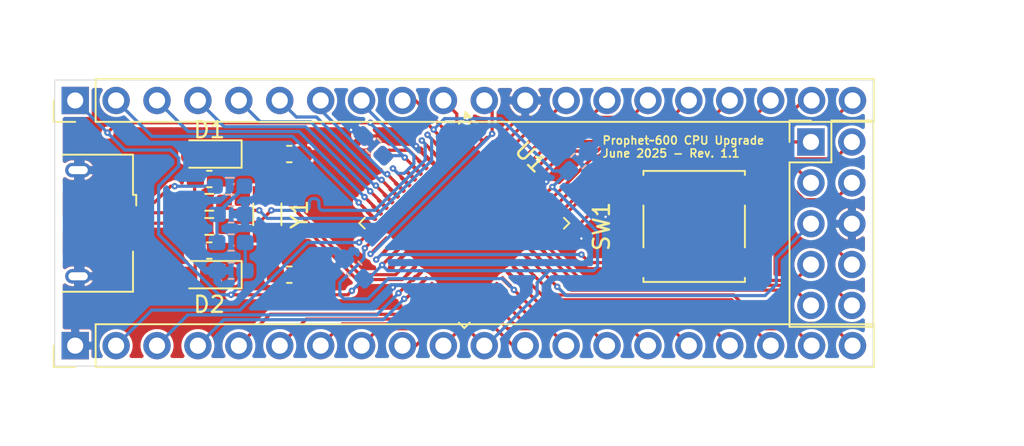
<source format=kicad_pcb>
(kicad_pcb
	(version 20241229)
	(generator "pcbnew")
	(generator_version "9.0")
	(general
		(thickness 1.6)
		(legacy_teardrops no)
	)
	(paper "A4")
	(layers
		(0 "F.Cu" signal)
		(2 "B.Cu" signal)
		(9 "F.Adhes" user "F.Adhesive")
		(11 "B.Adhes" user "B.Adhesive")
		(13 "F.Paste" user)
		(15 "B.Paste" user)
		(5 "F.SilkS" user "F.Silkscreen")
		(7 "B.SilkS" user "B.Silkscreen")
		(1 "F.Mask" user)
		(3 "B.Mask" user)
		(17 "Dwgs.User" user "User.Drawings")
		(19 "Cmts.User" user "User.Comments")
		(21 "Eco1.User" user "User.Eco1")
		(23 "Eco2.User" user "User.Eco2")
		(25 "Edge.Cuts" user)
		(27 "Margin" user)
		(31 "F.CrtYd" user "F.Courtyard")
		(29 "B.CrtYd" user "B.Courtyard")
		(35 "F.Fab" user)
		(33 "B.Fab" user)
		(39 "User.1" user)
		(41 "User.2" user)
		(43 "User.3" user)
		(45 "User.4" user)
		(47 "User.5" user)
		(49 "User.6" user)
		(51 "User.7" user)
		(53 "User.8" user)
		(55 "User.9" user)
	)
	(setup
		(stackup
			(layer "F.SilkS"
				(type "Top Silk Screen")
			)
			(layer "F.Paste"
				(type "Top Solder Paste")
			)
			(layer "F.Mask"
				(type "Top Solder Mask")
				(thickness 0.01)
			)
			(layer "F.Cu"
				(type "copper")
				(thickness 0.035)
			)
			(layer "dielectric 1"
				(type "core")
				(thickness 1.51)
				(material "FR4")
				(epsilon_r 4.5)
				(loss_tangent 0.02)
			)
			(layer "B.Cu"
				(type "copper")
				(thickness 0.035)
			)
			(layer "B.Mask"
				(type "Bottom Solder Mask")
				(thickness 0.01)
			)
			(layer "B.Paste"
				(type "Bottom Solder Paste")
			)
			(layer "B.SilkS"
				(type "Bottom Silk Screen")
			)
			(copper_finish "None")
			(dielectric_constraints no)
		)
		(pad_to_mask_clearance 0)
		(allow_soldermask_bridges_in_footprints no)
		(tenting front back)
		(pcbplotparams
			(layerselection 0x00000000_00000000_55555555_5755f5ff)
			(plot_on_all_layers_selection 0x00000000_00000000_00000000_00000000)
			(disableapertmacros no)
			(usegerberextensions no)
			(usegerberattributes yes)
			(usegerberadvancedattributes yes)
			(creategerberjobfile yes)
			(dashed_line_dash_ratio 12.000000)
			(dashed_line_gap_ratio 3.000000)
			(svgprecision 4)
			(plotframeref no)
			(mode 1)
			(useauxorigin yes)
			(hpglpennumber 1)
			(hpglpenspeed 20)
			(hpglpendiameter 15.000000)
			(pdf_front_fp_property_popups yes)
			(pdf_back_fp_property_popups yes)
			(pdf_metadata yes)
			(pdf_single_document no)
			(dxfpolygonmode yes)
			(dxfimperialunits yes)
			(dxfusepcbnewfont yes)
			(psnegative no)
			(psa4output no)
			(plot_black_and_white yes)
			(sketchpadsonfab no)
			(plotpadnumbers no)
			(hidednponfab no)
			(sketchdnponfab yes)
			(crossoutdnponfab yes)
			(subtractmaskfromsilk no)
			(outputformat 4)
			(mirror no)
			(drillshape 2)
			(scaleselection 1)
			(outputdirectory "Outputs/PDFs")
		)
	)
	(net 0 "")
	(net 1 "GND")
	(net 2 "/XTAL_P")
	(net 3 "/XTAL_N")
	(net 4 "/USB_D_P")
	(net 5 "/USB_D_N")
	(net 6 "/+VBus_Unfiltered")
	(net 7 "+5V")
	(net 8 "Net-(U1-UCAP)")
	(net 9 "/+VBus_Conn")
	(net 10 "/C1")
	(net 11 "/D0")
	(net 12 "/D6")
	(net 13 "/D2")
	(net 14 "/C7")
	(net 15 "/C5")
	(net 16 "/D3")
	(net 17 "/E1")
	(net 18 "/C3")
	(net 19 "/D7")
	(net 20 "/D5")
	(net 21 "/C2")
	(net 22 "/D1")
	(net 23 "/C0")
	(net 24 "/C6")
	(net 25 "/C4")
	(net 26 "/B7")
	(net 27 "/D4")
	(net 28 "/A6")
	(net 29 "/A3")
	(net 30 "/A2")
	(net 31 "/A0")
	(net 32 "/A5")
	(net 33 "/E2")
	(net 34 "/A1")
	(net 35 "/A7")
	(net 36 "/A4")
	(net 37 "/USB_T_D_P")
	(net 38 "/USB_T_D_N")
	(net 39 "/RESET")
	(net 40 "/F3")
	(net 41 "/B4")
	(net 42 "/F6")
	(net 43 "/F0")
	(net 44 "/F4")
	(net 45 "/E5")
	(net 46 "/F1")
	(net 47 "/B0")
	(net 48 "/F7")
	(net 49 "/E3")
	(net 50 "/F2")
	(net 51 "/B5")
	(net 52 "/B3")
	(net 53 "/B2")
	(net 54 "/B6")
	(net 55 "/E7")
	(net 56 "/E6")
	(net 57 "/F5")
	(net 58 "/B1")
	(net 59 "unconnected-(J5-ID-Pad4)")
	(footprint "Connector_USB:USB_Micro-B_Amphenol_10118193-0001LF_Horizontal" (layer "F.Cu") (at 52.25 34.3 -90))
	(footprint "Connector_PinHeader_2.54mm:PinHeader_2x05_P2.54mm_Vertical" (layer "F.Cu") (at 97.75 29.25))
	(footprint "Resistor_SMD:R_0603_1608Metric_Pad0.98x0.95mm_HandSolder" (layer "F.Cu") (at 60.397 34.5))
	(footprint "Crystal:Crystal_SMD_3215-2Pin_3.2x1.5mm" (layer "F.Cu") (at 64 33.75 -90))
	(footprint "Button_Switch_SMD:SW_SPST_B3S-1000" (layer "F.Cu") (at 90.5 34.5))
	(footprint "Connector_PinHeader_2.54mm:PinHeader_1x20_P2.54mm_Vertical" (layer "F.Cu") (at 52.07 26.67 90))
	(footprint "Diode_SMD:D_SOD-323_HandSoldering" (layer "F.Cu") (at 60.397 37.5 180))
	(footprint "Package_DFN_QFN:QFN-64-1EP_9x9mm_P0.5mm_EP7.5x7.5mm" (layer "F.Cu") (at 76.23 34.3 -45))
	(footprint "Capacitor_SMD:C_0603_1608Metric_Pad1.08x0.95mm_HandSolder" (layer "F.Cu") (at 70.59012 29.49012 -45))
	(footprint "Capacitor_SMD:C_0603_1608Metric_Pad1.08x0.95mm_HandSolder" (layer "F.Cu") (at 65.362501 30 180))
	(footprint "Capacitor_SMD:C_0603_1608Metric_Pad1.08x0.95mm_HandSolder" (layer "F.Cu") (at 60.397 36))
	(footprint "Diode_SMD:D_SOD-323_HandSoldering" (layer "F.Cu") (at 60.397 30 180))
	(footprint "Capacitor_SMD:C_0603_1608Metric_Pad1.08x0.95mm_HandSolder" (layer "F.Cu") (at 60.397 31.553))
	(footprint "Connector_PinHeader_2.54mm:PinHeader_1x20_P2.54mm_Vertical" (layer "F.Cu") (at 52.07 41.91 90))
	(footprint "Resistor_SMD:R_0603_1608Metric_Pad0.98x0.95mm_HandSolder" (layer "F.Cu") (at 60.397 33))
	(footprint "Capacitor_SMD:C_0603_1608Metric_Pad1.08x0.95mm_HandSolder" (layer "F.Cu") (at 65.362501 37.5 180))
	(footprint "Capacitor_SMD:C_0603_1608Metric_Pad1.08x0.95mm_HandSolder" (layer "B.Cu") (at 69.39012 37.14012 135))
	(footprint "Capacitor_SMD:C_0603_1608Metric_Pad1.08x0.95mm_HandSolder" (layer "B.Cu") (at 83.30988 30.44012 45))
	(footprint "Resistor_SMD:R_0603_1608Metric_Pad0.98x0.95mm_HandSolder" (layer "B.Cu") (at 61.6625 32 180))
	(footprint "Capacitor_SMD:C_0603_1608Metric_Pad1.08x0.95mm_HandSolder" (layer "B.Cu") (at 70.59012 29.49012 135))
	(footprint "Capacitor_SMD:C_0603_1608Metric_Pad1.08x0.95mm_HandSolder" (layer "B.Cu") (at 61.75 33.75))
	(footprint "Capacitor_SMD:C_0603_1608Metric_Pad1.08x0.95mm_HandSolder" (layer "B.Cu") (at 61.75 37.25 180))
	(footprint "Inductor_SMD:L_0603_1608Metric_Pad1.05x0.95mm_HandSolder" (layer "B.Cu") (at 61.75 35.5))
	(gr_rect
		(start 50.8 25.4)
		(end 101.6 43.18)
		(stroke
			(width 0.05)
			(type default)
		)
		(fill no)
		(layer "Edge.Cuts")
		(uuid "3e003ae7-0e37-4d46-97de-369c6ad09da2")
	)
	(gr_text "Prophet~600 CPU Upgrade\nJune 2025 - Rev. 1.1\n"
		(at 84.75 30.25 0)
		(layer "F.SilkS")
		(uuid "b4890089-e904-4262-9a2c-3f133fa3b9b3")
		(effects
			(font
				(size 0.5 0.5)
				(thickness 0.1)
			)
			(justify left bottom)
		)
	)
	(segment
		(start 77.052012 28.881794)
		(end 77.052012 28.881795)
		(width 0.2)
		(layer "F.Cu")
		(net 1)
		(uuid "0e562919-bce5-42b0-9af9-96118fac3ede")
	)
	(segment
		(start 69.6 28.5)
		(end 69.98024 28.88024)
		(width 0.2)
		(layer "F.Cu")
		(net 1)
		(uuid "0f15d614-f831-4e94-9cb9-a625b9c81019")
	)
	(segment
		(start 80.587546 32.417328)
		(end 80.622105 32.417328)
		(width 0.2)
		(layer "F.Cu")
		(net 1)
		(uuid "1b336b2a-3816-490e-92e5-011fbd4e8fa5")
	)
	(segment
		(start 80.587546 32.417328)
		(end 80.618222 32.417328)
		(width 0.2)
		(layer "F.Cu")
		(net 1)
		(uuid "2987e664-d63e-4858-8d2a-aa210367082e")
	)
	(segment
		(start 77.052012 28.881795)
		(end 77.405565 29.235348)
		(width 0.2)
		(layer "F.Cu")
		(net 1)
		(uuid "362f0905-8be8-4052-bb60-23a92c532721")
	)
	(segment
		(start 74.096008 30.296008)
		(end 76.23 32.43)
		(width 0.2)
		(layer "F.Cu")
		(net 1)
		(uuid "42e4c572-911c-46f7-a5c1-4ae4a74840b2")
	)
	(segment
		(start 78.704874 34.3)
		(end 76.23 34.3)
		(width 0.2)
		(layer "F.Cu")
		(net 1)
		(uuid "42ffe09a-7e36-4d1e-b79e-da7cf252ae5e")
	)
	(segment
		(start 73.993775 30.268212)
		(end 73.237117 29.511554)
		(width 0.2)
		(layer "F.Cu")
		(net 1)
		(uuid "4c6bceec-7ec8-4e9c-927b-1cad5350e17b")
	)
	(segment
		(start 72.605803 28.88024)
		(end 73.237117 29.511554)
		(width 0.2)
		(layer "F.Cu")
		(net 1)
		(uuid "54815b71-f749-469b-849e-18ef8b280a66")
	)
	(segment
		(start 72.226008 36.536225)
		(end 74.462233 34.3)
		(width 0.2)
		(layer "F.Cu")
		(net 1)
		(uuid "56d79eed-815a-48f8-9b87-667136ad0757")
	)
	(segment
		(start 80.587546 32.417328)
		(end 78.704874 34.3)
		(width 0.2)
		(layer "F.Cu")
		(net 1)
		(uuid "744742a5-0df5-423c-91ba-55f074410913")
	)
	(segment
		(start 76.23 30.410913)
		(end 77.405565 29.235348)
		(width 0.2)
		(layer "F.Cu")
		(net 1)
		(uuid "7b547657-1503-49f4-900b-94a605829ab3")
	)
	(segment
		(start 76.23 34.3)
		(end 76.23 30.410913)
		(width 0.2)
		(layer "F.Cu")
		(net 1)
		(uuid "7d5a1228-4f3b-48a1-b03e-d1acd7426c5f")
	)
	(segment
		(start 76.23 32.43)
		(end 76.23 34.3)
		(width 0.2)
		(layer "F.Cu")
		(net 1)
		(uuid "a7879c38-4435-4782-87f2-bce6fba41265")
	)
	(segment
		(start 80.622105 32.417328)
		(end 81.317386 31.722047)
		(width 0.2)
		(layer "F.Cu")
		(net 1)
		(uuid "ab66a14a-09ae-40cf-9fa7-18bdacdddaf0")
	)
	(segment
		(start 73.993775 30.296008)
		(end 74.096008 30.296008)
		(width 0.2)
		(layer "F.Cu")
		(net 1)
		(uuid "be60c49d-0485-43aa-87f0-3f87f83649a8")
	)
	(segment
		(start 73.993775 30.296008)
		(end 73.993775 30.268212)
		(width 0.2)
		(layer "F.Cu")
		(net 1)
		(uuid "c341c100-b82c-4996-abd3-6f842a96f6c7")
	)
	(segment
		(start 69.66048 29.2)
		(end 69.98024 28.88024)
		(width 0.2)
		(layer "F.Cu")
		(net 1)
		(uuid "ccdacea8-7772-4e45-b532-dbc7efab47c4")
	)
	(segment
		(start 69.2 28.5)
		(end 69.6 28.5)
		(width 0.2)
		(layer "F.Cu")
		(net 1)
		(uuid "cdcd656e-5e61-4190-a34f-08794b5448b5")
	)
	(segment
		(start 69.98024 28.88024)
		(end 72.605803 28.88024)
		(width 0.2)
		(layer "F.Cu")
		(net 1)
		(uuid "dee64817-b60f-4621-ba98-0660f60b24ee")
	)
	(segment
		(start 74.462233 34.3)
		(end 76.23 34.3)
		(width 0.2)
		(layer "F.Cu")
		(net 1)
		(uuid "eb2454d8-6553-48fa-9820-1c78c0cdaf92")
	)
	(via
		(at 85 33.9)
		(size 0.4)
		(drill 0.15)
		(layers "F.Cu" "B.Cu")
		(free yes)
		(net 1)
		(uuid "015ec979-b055-48ac-b09b-23eb1301045e")
	)
	(via
		(at 73.237117 29.511554)
		(size 0.4)
		(drill 0.15)
		(layers "F.Cu" "B.Cu")
		(net 1)
		(uuid "016c425c-51dc-4e2e-8b4c-3d5413d5aeac")
	)
	(via
		(at 83.5 35.25)
		(size 0.4)
		(drill 0.15)
		(layers "F.Cu" "B.Cu")
		(free yes)
		(net 1)
		(uuid "2d899c05-fafb-4c83-b2bc-5abf305b7231")
	)
	(via
		(at 81.317386 31.722047)
		(size 0.4)
		(drill 0.15)
		(layers "F.Cu" "B.Cu")
		(net 1)
		(uuid "4980a044-950a-442b-8933-73c55b827bbd")
	)
	(via
		(at 69.2 28.5)
		(size 0.4)
		(drill 0.15)
		(layers "F.Cu" "B.Cu")
		(net 1)
		(uuid "6bb74547-c88c-4a4e-8fbc-eb2eb9eea014")
	)
	(via
		(at 71.79289 38.29289)
		(size 0.4)
		(drill 0.15)
		(layers "F.Cu" "B.Cu")
		(free yes)
		(net 1)
		(uuid "ec1a2f6a-2825-4214-85af-59ff0952bbc3")
	)
	(segment
		(start 69.98024 28.88024)
		(end 69.58024 28.88024)
		(width 0.2)
		(layer "B.Cu")
		(net 1)
		(uuid "51cdc66e-52f1-4c3d-aaa8-0857fcf39f55")
	)
	(segment
		(start 52.563 38.864)
		(end 57.923 38.864)
		(width 0.2)
		(layer "B.Cu")
		(net 1)
		(uuid "6e64fd9f-81ec-41e4-9257-8c1db3d531b0")
	)
	(segment
		(start 52.563 30.224)
		(end 57.923 30.224)
		(width 0.2)
		(layer "B.Cu")
		(net 1)
		(uuid "7e04b44a-1a48-4313-8eb7-7a954881fa95")
	)
	(segment
		(start 52.563 38.864)
		(end 52.563 30.224)
		(width 0.2)
		(layer "B.Cu")
		(net 1)
		(uuid "b2b9268e-10e7-48a6-8eca-a7729b3de4db")
	)
	(segment
		(start 69.58024 28.88024)
		(end 69.2 28.5)
		(width 0.2)
		(layer "B.Cu")
		(net 1)
		(uuid "ce249a00-d647-43da-a8bc-ce7f7b104d74")
	)
	(segment
		(start 66.75 35)
		(end 69.551 37.801)
		(width 0.2)
		(layer "F.Cu")
		(net 2)
		(uuid "0590e219-c491-4e7d-bef0-ae944464ce49")
	)
	(segment
		(start 65.187584 34.76)
		(end 65.187584 34.744476)
		(width 0.2)
		(layer "F.Cu")
		(net 2)
		(uuid "06ce25f5-4d86-4a93-b947-e9e81d5a8e38")
	)
	(segment
		(start 72.375447 37.801)
		(end 72.933115 37.243332)
		(width 0.2)
		(layer "F.Cu")
		(net 2)
		(uuid "27a76b29-55a1-4da5-b3a4-7e03a4d4d034")
	)
	(segment
		(start 64.612501 37.5)
		(end 64.612501 35.6125)
		(width 0.2)
		(layer "F.Cu")
		(net 2)
		(uuid "3c9ec6bf-b7e6-4e8f-8e03-f912d634c322")
	)
	(segment
		(start 65.427584 34.504476)
		(end 65.547584 34.504476)
		(width 0.2)
		(layer "F.Cu")
		(net 2)
		(uuid "8b251772-90db-4a1b-8319-e3dd72d62e75")
	)
	(segment
		(start 65.787584 34.744476)
		(end 65.787584 34.76)
		(width 0.2)
		(layer "F.Cu")
		(net 2)
		(uuid "9549ab86-499c-45dc-bc5b-af823b1976a6")
	)
	(segment
		(start 66.027584 35)
		(end 66.147584 35)
		(width 0.2)
		(layer "F.Cu")
		(net 2)
		(uuid "9c9d23fb-d89c-4cec-aa9b-489dad30a908")
	)
	(segment
		(start 69.551 37.801)
		(end 72.375447 37.801)
		(width 0.2)
		(layer "F.Cu")
		(net 2)
		(uuid "bb6c43e1-5ce5-4b03-bbae-affa772fc610")
	)
	(segment
		(start 64.000001 35)
		(end 64.947584 35)
		(width 0.2)
		(layer "F.Cu")
		(net 2)
		(uuid "d361f094-5c17-4add-be52-1b6118802292")
	)
	(segment
		(start 64.612501 35.6125)
		(end 64 34.999999)
		(width 0.2)
		(layer "F.Cu")
		(net 2)
		(uuid "d72e660e-1f88-47be-ab97-d94a756c86e7")
	)
	(segment
		(start 64 34.999999)
		(end 64.000001 35)
		(width 0.2)
		(layer "F.Cu")
		(net 2)
		(uuid "e335820d-96f3-48db-b76e-0429785420cf")
	)
	(segment
		(start 66.147584 35)
		(end 66.75 35)
		(width 0.2)
		(layer "F.Cu")
		(net 2)
		(uuid "f6094634-e93c-4b2d-a771-37e1b5bd3213")
	)
	(arc
		(start 65.547584 34.504476)
		(mid 65.71729 34.57477)
		(end 65.787584 34.744476)
		(width 0.2)
		(layer "F.Cu")
		(net 2)
		(uuid "6c533be0-08e2-4260-a114-059f7ee13109")
	)
	(arc
		(start 65.187584 34.744476)
		(mid 65.257878 34.57477)
		(end 65.427584 34.504476)
		(width 0.2)
		(layer "F.Cu")
		(net 2)
		(uuid "b9b5c86c-e41a-4e2c-a505-ccbb107b2820")
	)
	(arc
		(start 65.787584 34.76)
		(mid 65.857878 34.929706)
		(end 66.027584 35)
		(width 0.2)
		(layer "F.Cu")
		(net 2)
		(uuid "bcd609ca-c682-45b0-90d2-6efd36fd543a")
	)
	(arc
		(start 64.947584 35)
		(mid 65.11729 34.929706)
		(end 65.187584 34.76)
		(width 0.2)
		(layer "F.Cu")
		(net 2)
		(uuid "d4273c52-823b-4a7e-a50b-a6d88eb95cce")
	)
	(segment
		(start 71.96934 37.5)
		(end 69.75 37.5)
		(width 0.2)
		(layer "F.Cu")
		(net 3)
		(uuid "0232274e-b34f-40aa-97a3-bda7f8585c0d")
	)
	(segment
		(start 65.90855 33.65855)
		(end 65.901 33.6661)
		(width 0.2)
		(layer "F.Cu")
		(net 3)
		(uuid "089b7dbf-983a-4799-b2db-88c2c45473a2")
	)
	(segment
		(start 64.750001 32.500001)
		(end 64 32.500001)
		(width 0.2)
		(layer "F.Cu")
		(net 3)
		(uuid "3cb76dad-e01e-4d9d-afe2-54b5a3b020c0")
	)
	(segment
		(start 64.612501 30)
		(end 64.612501 31.8875)
		(width 0.2)
		(layer "F.Cu")
		(net 3)
		(uuid "440dd9c1-c7f2-4a45-8868-0b19a2c70aa6")
	)
	(segment
		(start 69.75 37.5)
		(end 66 33.75)
		(width 0.2)
		(layer "F.Cu")
		(net 3)
		(uuid "55c28501-65af-4846-8101-ac67095ebd0d")
	)
	(segment
		(start 64.612501 31.8875)
		(end 64 32.500001)
		(width 0.2)
		(layer "F.Cu")
		(net 3)
		(uuid "55cd29cd-6f38-43ba-ae82-7c7b4edff84e")
	)
	(segment
		(start 66 33.75)
		(end 65.90855 33.65855)
		(width 0.2)
		(layer "F.Cu")
		(net 3)
		(uuid "5af1af7b-9bc9-41d2-b63f-962ef268900a")
	)
	(segment
		(start 66 33.75)
		(end 64.750001 32.500001)
		(width 0.2)
		(layer "F.Cu")
		(net 3)
		(uuid "85e8b108-ceb0-4b9b-9b7e-45f71fd6c8e7")
	)
	(segment
		(start 72.579561 36.889779)
		(end 71.96934 37.5)
		(width 0.2)
		(layer "F.Cu")
		(net 3)
		(uuid "df2b80ee-2c6b-4362-a6c4-ce96015d5d7c")
	)
	(segment
		(start 59.522 36.0125)
		(end 59.5345 36)
		(width 0.2)
		(layer "F.Cu")
		(net 4)
		(uuid "1d09a090-4854-40ec-bbc0-a1be111ce7c7")
	)
	(segment
		(start 59.2845 34.3)
		(end 54.925001 34.3)
		(width 0.2)
		(layer "F.Cu")
		(net 4)
		(uuid "3b08d2d0-2831-44fc-b545-75526ec13046")
	)
	(segment
		(start 59.4845 34.5)
		(end 59.4845 35.95)
		(width 0.2)
		(layer "F.Cu")
		(net 4)
		(uuid "59902384-de5d-4506-9b28-51d492d0f302")
	)
	(segment
		(start 59.4845 35.95)
		(end 59.5345 36)
		(width 0.2)
		(layer "F.Cu")
		(net 4)
		(uuid "6951da37-e8ce-449b-93fd-c415e8d7f673")
	)
	(segment
		(start 59.522 37.5)
		(end 59.522 36.0125)
		(width 0.2)
		(layer "F.Cu")
		(net 4)
		(uuid "6fee9299-c97d-497c-adf4-ac094084f5f4")
	)
	(segment
		(start 59.4845 34.5)
		(end 59.2845 34.3)
		(width 0.2)
		(layer "F.Cu")
		(net 4)
		(uuid "89c1e4f7-a8e7-4e5f-b28b-209960fcb6ac")
	)
	(segment
		(start 59.4845 33)
		(end 58.8345 33.65)
		(width 0.2)
		(layer "F.Cu")
		(net 5)
		(uuid "4f5b8244-c7ad-4daf-898a-1c8e213c23c6")
	)
	(segment
		(start 58.8345 33.65)
		(end 54.925 33.65)
		(width 0.2)
		(layer "F.Cu")
		(net 5)
		(uuid "64443b49-c9dd-4f99-8e2d-85556c71eac7")
	)
	(segment
		(start 59.6595 31.653)
		(end 59.7095 31.603)
		(width 0.2)
		(layer "F.Cu")
		(net 5)
		(uuid "64b37b04-c2e5-444a-960a-dd902477d17c")
	)
	(segment
		(start 59.4845 33)
		(end 59.4845 31.603)
		(width 0.2)
		(layer "F.Cu")
		(net 5)
		(uuid "978f99b2-2d96-4fd6-a4ad-ca5368322b28")
	)
	(segment
		(start 59.522 31.5405)
		(end 59.5345 31.553)
		(width 0.2)
		(layer "F.Cu")
		(net 5)
		(uuid "99203ee8-71fc-440c-b46b-f2146b5974fe")
	)
	(segment
		(start 59.4845 31.603)
		(end 59.5345 31.553)
		(width 0.2)
		(layer "F.Cu")
		(net 5)
		(uuid "a0710488-f197-4835-9e83-bc28f369a477")
	)
	(segment
		(start 59.522 30)
		(end 59.522 31.5405)
		(width 0.2)
		(layer "F.Cu")
		(net 5)
		(uuid "e961ed6b-623d-4c5a-83bb-100427b95e18")
	)
	(segment
		(start 59.647 31.653)
		(end 59.697 31.603)
		(width 0.2)
		(layer "F.Cu")
		(net 5)
		(uuid "f6407939-76ba-4a83-ac7c-461f673a9ee0")
	)
	(segment
		(start 62.575 32)
		(end 62.520953 32)
		(width 0.2)
		(layer "B.Cu")
		(net 6)
		(uuid "177a00ac-b409-449b-a18f-7527a6ced271")
	)
	(segment
		(start 62.575 32.062499)
		(end 60.887499 33.75)
		(width 0.2)
		(layer "B.Cu")
		(net 6)
		(uuid "8dddaa6b-c5d2-4ef0-b68a-0247747216da")
	)
	(segment
		(start 62.575 32)
		(end 62.575 32.062499)
		(width 0.2)
		(layer "B.Cu")
		(net 6)
		(uuid "b1b8d811-430c-462a-94ad-98d0f03ebbc0")
	)
	(segment
		(start 60.875001 33.699999)
		(end 60.875001 35.5)
		(width 0.2)
		(layer "B.Cu")
		(net 6)
		(uuid "e1fcc0b0-f9e6-4148-b6fa-4f2f68ded0f2")
	)
	(segment
		(start 62.575 32)
		(end 60.875001 33.699999)
		(width 0.2)
		(layer "B.Cu")
		(net 6)
		(uuid "f289299f-e9c5-4eb2-9c90-5315d7e8d228")
	)
	(segment
		(start 73.286668 31.003115)
		(end 73.286668 30.975321)
		(width 0.2)
		(layer "F.Cu")
		(net 7)
		(uuid "32a28282-ff5c-4f13-8849-f55f4f94623b")
	)
	(segment
		(start 74.309544 28.490456)
		(end 75.054435 29.235348)
		(width 0.2)
		(layer "F.Cu")
		(net 7)
		(uuid "3469cab3-d3c6-472e-865f-81482d95ed93")
	)
	(segment
		(start 71.845214 36.182672)
		(end 71.127886 36.9)
		(width 0.2)
		(layer "F.Cu")
		(net 7)
		(uuid "34b3084f-8935-47f9-9477-f727968e663d")
	)
	(segment
		(start 76.698458 28.098458)
		(end 76.698458 28.528241)
		(width 0.2)
		(layer "F.Cu")
		(net 7)
		(uuid "3e462a04-83aa-4aeb-8586-48e5ac9b30ab")
	)
	(segment
		(start 54.691983 28.058017)
		(end 70.4 28.058017)
		(width 0.2)
		(layer "F.Cu")
		(net 7)
		(uuid "6148e07b-61e8-4025-bbc8-342ac8717709")
	)
	(segment
		(start 69 38.75)
		(end 69.25 38.5)
		(width 0.2)
		(layer "F.Cu")
		(net 7)
		(uuid "74e86fb4-4195-41c0-a3c5-1952f8d1c506")
	)
	(segment
		(start 76.698458 41.138458)
		(end 76.698458 40.071759)
		(width 0.2)
		(layer "F.Cu")
		(net 7)
		(uuid "9051201a-7400-4da7-a133-b83d93dffb76")
	)
	(segment
		(start 74.309544 28.490456)
		(end 74.311468 28.490456)
		(width 0.2)
		(layer "F.Cu")
		(net 7)
		(uuid "95f4080d-18f8-42f3-ae63-6384716e4065")
	)
	(segment
		(start 77.47 41.91)
		(end 76.698458 41.138458)
		(width 0.2)
		(layer "F.Cu")
		(net 7)
		(uuid "97d70e11-e8c5-486c-a2d0-815be9896078")
	)
	(segment
		(start 61.75 38.75)
		(end 69 38.75)
		(width 0.2)
		(layer "F.Cu")
		(net 7)
		(uuid "a1006fd7-27bd-4427-a0ad-d4a46112dfe9")
	)
	(segment
		(start 76.4 27.8)
		(end 76.698458 28.098458)
		(width 0.2)
		(layer "F.Cu")
		(net 7)
		(uuid "afae4c83-0f14-413b-98f0-2b2b3e148613")
	)
	(segment
		(start 80.973576 32.770882)
		(end 81.697031 32.047427)
		(width 0.2)
		(layer "F.Cu")
		(net 7)
		(uuid "b141e3b6-3c28-4d1e-9faa-921215a97547")
	)
	(segment
		(start 73.877104 28.058017)
		(end 74.309544 28.490456)
		(width 0.2)
		(layer "F.Cu")
		(net 7)
		(uuid "bab80212-4e4e-45c3-a09b-6d9dbb017f53")
	)
	(segment
		(start 70.4 28.058017)
		(end 73.877104 28.058017)
		(width 0.2)
		(layer "F.Cu")
		(net 7)
		(uuid "bc6b27f5-5d74-4726-852e-8fa9a5d6d2d6")
	)
	(segment
		(start 80.941099 32.770882)
		(end 80.971778 32.770882)
		(width 0.2)
		(layer "F.Cu")
		(net 7)
		(uuid "e418821e-8d65-4bcf-9758-d92c211121c8")
	)
	(segment
		(start 74.311468 28.490456)
		(end 74.323432 28.478492)
		(width 0.2)
		(layer "F.Cu")
		(net 7)
		(uuid "e5fb0ff3-2a07-4cd9-835a-4db8a5f0796a")
	)
	(segment
		(start 71.127886 36.9)
		(end 71.027886 37)
		(width 0.2)
		(layer "F.Cu")
		(net 7)
		(uuid "ea2b9747-fa96-4def-876b-6a099f8ed2a1")
	)
	(segment
		(start 71.872454 36.182672)
		(end 71.845214 36.182672)
		(width 0.2)
		(layer "F.Cu")
		(net 7)
		(uuid "efb69064-b24c-43d1-9a84-659914375c1b")
	)
	(segment
		(start 73.286668 30.975321)
		(end 72.530091 30.218744)
		(width 0.2)
		(layer "F.Cu")
		(net 7)
		(uuid "f26d7a01-aeba-448e-87a3-cbfd30586b08")
	)
	(segment
		(start 80.941099 32.770882)
		(end 80.973576 32.770882)
		(width 0.2)
		(layer "F.Cu")
		(net 7)
		(uuid "f436f54a-a63b-4356-925c-ee7a9637033e")
	)
	(segment
		(start 54.075 28.675)
		(end 54.691983 28.058017)
		(width 0.2)
		(layer "F.Cu")
		(net 7)
		(uuid "f91d0279-67f6-40f7-a702-05631f6fcfce")
	)
	(via
		(at 70.4 28.058017)
		(size 0.4)
		(drill 0.15)
		(layers "F.Cu" "B.Cu")
		(net 7)
		(uuid "1d08ac88-54c7-49ac-be11-5fe8443c4599")
	)
	(via
		(at 76.4 27.8)
		(size 0.4)
		(drill 0.15)
		(layers "F.Cu" "B.Cu")
		(net 7)
		(uuid "2b78e116-9dc7-4faf-bbff-360f83a0f6df")
	)
	(via
		(at 71.127886 36.9)
		(size 0.4)
		(drill 0.15)
		(layers "F.Cu" "B.Cu")
		(net 7)
		(uuid "2cdb092f-f47c-4c57-8bd0-b7b1a718c8ca")
	)
	(via
		(at 54.075 28.675)
		(size 0.4)
		(drill 0.15)
		(layers "F.Cu" "B.Cu")
		(net 7)
		(uuid "46bc6158-238e-42aa-b68f-f78b3f9879ac")
	)
	(via
		(at 61.75 38.75)
		(size 0.4)
		(drill 0.15)
		(layers "F.Cu" "B.Cu")
		(net 7)
		(uuid "472cde7c-303c-4bbe-8c0c-f047ccfbe039")
	)
	(via
		(at 69.25 38.5)
		(size 0.4)
		(drill 0.15)
		(layers "F.Cu" "B.Cu")
		(net 7)
		(uuid "5dd04597-049f-4118-b014-088e7b04723e")
	)
	(via
		(at 74.323432 28.478492)
		(size 0.4)
		(drill 0.15)
		(layers "F.Cu" "B.Cu")
		(net 7)
		(uuid "6790f278-27c7-4f1f-85dc-52c511e89680")
	)
	(via
		(at 72.530091 30.218744)
		(size 0.4)
		(drill 0.15)
		(layers "F.Cu" "B.Cu")
		(net 7)
		(uuid "91883168-e824-4153-a9cc-e7903ec7ded0")
	)
	(via
		(at 81.697031 32.047427)
		(size 0.4)
		(drill 0.15)
		(layers "F.Cu" "B.Cu")
		(net 7)
		(uuid "de8457b8-d182-4327-abfa-3877158885c6")
	)
	(segment
		(start 70.277886 37.75)
		(end 71.127886 36.9)
		(width 0.2)
		(layer "B.Cu")
		(net 7)
		(uuid "02a177be-68a7-466f-bbf9-e70634ce0dd3")
	)
	(segment
		(start 84.5 34.850396)
		(end 81.697031 32.047427)
		(width 0.2)
		(layer "B.Cu")
		(net 7)
		(uuid "08a40317-80a8-4984-9326-72daeaa5e931")
	)
	(segment
		(start 62.25 37.612501)
		(end 62.612501 37.25)
		(width 0.2)
		(layer "B.Cu")
		(net 7)
		(uuid "0df3780c-9dc3-4268-8000-e911274a5cf6")
	)
	(segment
		(start 82.694458 31.05)
		(end 81.697031 32.047427)
		(width 0.2)
		(layer "B.Cu")
		(net 7)
		(uuid "12a671eb-a5bb-4c03-afb7-318600068242")
	)
	(segment
		(start 82.7 31.05)
		(end 82.694458 31.05)
		(width 0.2)
		(layer "B.Cu")
		(net 7)
		(uuid "1d0babb6-d8e3-4ae4-bf2f-aaa65fbb8ed8")
	)
	(segment
		(start 78.5 27.8)
		(end 81.75 31.05)
		(width 0.2)
		(layer "B.Cu")
		(net 7)
		(uuid "379370d3-1f1b-47e6-aea7-8623add84896")
	)
	(segment
		(start 81.75 31.05)
		(end 82.7 31.05)
		(width 0.2)
		(layer "B.Cu")
		(net 7)
		(uuid "3d52914d-a75d-4e9d-88cc-49e05defd5e3")
	)
	(segment
		(start 54.075 28.675)
		(end 54.2 28.8)
		(width 0.2)
		(layer "B.Cu")
		(net 7)
		(uuid "4495c3fd-aa3e-4512-b296-86a2569718db")
	)
	(segment
		(start 75.001924 27.8)
		(end 74.323432 28.478492)
		(width 0.2)
		(layer "B.Cu")
		(net 7)
		(uuid "449ca746-c680-453d-83c3-17cbeda8a342")
	)
	(segment
		(start 70 37.75)
		(end 70.277886 37.75)
		(width 0.2)
		(layer "B.Cu")
		(net 7)
		(uuid "4cb878c4-5a82-4740-b0dc-2cd118b5dd35")
	)
	(segment
		(start 81.5 37.25)
		(end 84.25 37.25)
		(width 0.2)
		(layer "B.Cu")
		(net 7)
		(uuid "4d870eeb-d068-47f5-b4e4-46f9f1c1e058")
	)
	(segment
		(start 80.75 38)
		(end 81.5 37.25)
		(width 0.2)
		(layer "B.Cu")
		(net 7)
		(uuid "54e93739-a9f3-484b-9842-ccd927ab2279")
	)
	(segment
		(start 61.75 38.75)
		(end 62.25 38.25)
		(width 0.2)
		(layer "B.Cu")
		(net 7)
		(uuid "5629c6ed-7cd1-4c29-91a6-75a694aaca4f")
	)
	(segment
		(start 55.15 29.75)
		(end 54.075 28.675)
		(width 0.2)
		(layer "B.Cu")
		(net 7)
		(uuid "594ec6fa-05b0-441a-a2d7-6a68e5d8e5a8")
	)
	(segment
		(start 58.5 30.75)
		(end 58.5 30.25)
		(width 0.2)
		(layer "B.Cu")
		(net 7)
		(uuid "5c5cb568-71d9-402e-ab5e-3448451cb5e0")
	)
	(segment
		(start 72.411347 30.1)
		(end 72.530091 30.218744)
		(width 0.2)
		(layer "B.Cu")
		(net 7)
		(uuid "5e0c7f77-22a3-491a-b0c8-15f84ce10533")
	)
	(segment
		(start 57.25 35)
		(end 57.25 32)
		(width 0.2)
		(layer "B.Cu")
		(net 7)
		(uuid "5e721502-57ac-401a-adf5-4f89d1998a0e")
	)
	(segment
		(start 70.4 28.088653)
		(end 70.4 28.058017)
		(width 0.2)
		(layer "B.Cu")
		(net 7)
		(uuid "60d4ebcc-5485-43fc-9299-31c736bc4ba8")
	)
	(segment
		(start 76.4 27.8)
		(end 78.5 27.8)
		(width 0.2)
		(layer "B.Cu")
		(net 7)
		(uuid "6594ccc9-9b96-41e7-8dca-17c0bd24d361")
	)
	(segment
		(start 80.75 38.75)
		(end 80.75 38)
		(width 0.2)
		(layer "B.Cu")
		(net 7)
		(uuid "6aa5cb74-363a-4516-9411-530fdcb3833e")
	)
	(segment
		(start 76.4 27.8)
		(end 75.001924 27.8)
		(width 0.2)
		(layer "B.Cu")
		(net 7)
		(uuid "6d88038e-7bcf-478e-9de4-86302122f40a")
	)
	(segment
		(start 70 37.75)
		(end 69.25 38.5)
		(width 0.2)
		(layer "B.Cu")
		(net 7)
		(uuid "6e941c34-f772-490d-8bdb-3d3e1e067889")
	)
	(segment
		(start 81.5 37.25)
		(end 71.477886 37.25)
		(width 0.2)
		(layer "B.Cu")
		(net 7)
		(uuid "81e0fb12-6864-4217-baa7-797966505c5a")
	)
	(segment
		(start 54.075 28.675)
		(end 52.07 26.67)
		(width 0.2)
		(layer "B.Cu")
		(net 7)
		(uuid "83ac389e-9943-4d7b-bbb3-8dc835915bd9")
	)
	(segment
		(start 84.5 37)
		(end 84.5 34.850396)
		(width 0.2)
		(layer "B.Cu")
		(net 7)
		(uuid "88b0772f-cb09-41f0-8fc6-be7d78c4fd9f")
	)
	(segment
		(start 61.75 38.75)
		(end 61 38.75)
		(width 0.2)
		(layer "B.Cu")
		(net 7)
		(uuid "90288e1a-4e80-41f2-932c-4e2a0ef792a6")
	)
	(segment
		(start 84.25 37.25)
		(end 84.5 37)
		(width 0.2)
		(layer "B.Cu")
		(net 7)
		(uuid "99a6a32f-faed-4b78-85e3-2e1f2f8f705d")
	)
	(segment
		(start 62.25 38.25)
		(end 62.25 37.612501)
		(width 0.2)
		(layer "B.Cu")
		(net 7)
		(uuid "b3111c69-3180-4917-a109-597202c0b37c")
	)
	(segment
		(start 77.47 41.91)
		(end 77.59 41.91)
		(width 0.2)
		(layer "B.Cu")
		(net 7)
		(uuid "b56dffe3-ef31-4f27-ac6c-c2b2404923a2")
	)
	(segment
		(start 62.624999 37.237502)
		(end 62.612501 37.25)
		(width 0.2)
		(layer "B.Cu")
		(net 7)
		(uuid "b5d39e57-ec61-41c9-b33c-173a1eba3a81")
	)
	(segment
		(start 71.2 30.1)
		(end 72.411347 30.1)
		(width 0.2)
		(layer "B.Cu")
		(net 7)
		(uuid "b6e4f7f2-73ad-417f-b057-4a5055e3e786")
	)
	(segment
		(start 72.530091 30.218744)
		(end 70.4 28.088653)
		(width 0.2)
		(layer "B.Cu")
		(net 7)
		(uuid "cbbd1e44-049b-4fb1-9c6b-4f98e3bfbca0")
	)
	(segment
		(start 61 38.75)
		(end 57.25 35)
		(width 0.2)
		(layer "B.Cu")
		(net 7)
		(uuid "cda7b1ce-2490-48d6-86b0-c818c8bb0951")
	)
	(segment
		(start 58 29.75)
		(end 55.15 29.75)
		(width 0.2)
		(layer "B.Cu")
		(net 7)
		(uuid "d5950aa7-4645-4188-ad8d-df6ef745060d")
	)
	(segment
		(start 58.5 30.25)
		(end 58 29.75)
		(width 0.2)
		(layer "B.Cu")
		(net 7)
		(uuid "dd9300a2-684a-4bc9-8d32-c5eb443a8c4a")
	)
	(segment
		(start 57.25 32)
		(end 58.5 30.75)
		(width 0.2)
		(layer "B.Cu")
		(net 7)
		(uuid "e33e5c2e-8727-4601-8cc3-463965fd40be")
	)
	(segment
		(start 71.477886 37.25)
		(end 71.127886 36.9)
		(width 0.2)
		(layer "B.Cu")
		(net 7)
		(uuid "e5268c36-aede-4716-987e-6913a991b68a")
	)
	(segment
		(start 62.624999 35.5)
		(end 62.624999 37.237502)
		(width 0.2)
		(layer "B.Cu")
		(net 7)
		(uuid "ef43c892-fbe2-404d-821f-e61609a57176")
	)
	(segment
		(start 77.59 41.91)
		(end 80.75 38.75)
		(width 0.2)
		(layer "B.Cu")
		(net 7)
		(uuid "f03f5db5-e987-479b-baf9-859638122e6f")
	)
	(segment
		(start 73.640221 30.621766)
		(end 72.884584 29.866129)
		(width 0.2)
		(layer "F.Cu")
		(net 8)
		(uuid "50d493d1-b6f9-4e85-9f7a-496fb702035c")
	)
	(segment
		(start 72.782579 29.764124)
		(end 71.535876 29.764124)
		(width 0.2)
		(layer "F.Cu")
		(net 8)
		(uuid "5e37ae91-2db2-4b67-b5fb-5cfd22e554ab")
	)
	(segment
		(start 71.535876 29.764124)
		(end 71.2 30.1)
		(width 0.2)
		(layer "F.Cu")
		(net 8)
		(uuid "746d95b8-e9d1-4f2f-8bd4-f9027982d154")
	)
	(segment
		(start 72.884584 29.866129)
		(end 72.782579 29.764124)
		(width 0.2)
		(layer "F.Cu")
		(net 8)
		(uuid "c63283d7-70f7-4741-a6e9-83c8320abde8")
	)
	(segment
		(start 73.640221 30.649561)
		(end 73.640221 30.621766)
		(width 0.2)
		(layer "F.Cu")
		(net 8)
		(uuid "dd26ba9d-e120-4cf1-a6c8-5fd201f9ab0a")
	)
	(segment
		(start 73.640221 30.649561)
		(end 73.640221 30.640221)
		(width 0.2)
		(layer "F.Cu")
		(net 8)
		(uuid "eeaaad48-d13c-40ed-85c0-95b4a21d66e0")
	)
	(segment
		(start 58.25 32)
		(end 58 32)
		(width 0.2)
		(layer "F.Cu")
		(net 9)
		(uuid "84419740-4566-4319-969a-05e7f026d5d2")
	)
	(segment
		(start 57 33)
		(end 54.925 33)
		(width 0.2)
		(layer "F.Cu")
		(net 9)
		(uuid "9453662c-cd75-4e9a-9d6f-1c4f4bdcc6f7")
	)
	(segment
		(start 58 32)
		(end 57 33)
		(width 0.2)
		(layer "F.Cu")
		(net 9)
		(uuid "aa46bd48-598f-4cb1-afa6-7c68bc2f9a89")
	)
	(via
		(at 58.25 32)
		(size 0.4)
		(drill 0.15)
		(layers "F.Cu" "B.Cu")
		(net 9)
		(uuid "bc87f069-04b1-4f32-adb2-2be283961888")
	)
	(segment
		(start 58.25 32)
		(end 60.75 32)
		(width 0.2)
		(layer "B.Cu")
		(net 9)
		(uuid "43593ff1-98e0-480d-a09d-aa5efd69383e")
	)
	(segment
		(start 79.314158 40.56)
		(end 78.577079 39.822921)
		(width 0.2)
		(layer "F.Cu")
		(net 10)
		(uuid "0de96698-f2ff-43f2-8b77-b00e4ccff930")
	)
	(segment
		(start 85.09 41.91)
		(end 83.74 40.56)
		(width 0.2)
		(layer "F.Cu")
		(net 10)
		(uuid "343cecec-f5af-40ad-8c91-362565a47532")
	)
	(segment
		(start 83.74 40.56)
		(end 79.314158 40.56)
		(width 0.2)
		(layer "F.Cu")
		(net 10)
		(uuid "61d37dc8-7ef7-4f5d-8cb7-454f6764a35b")
	)
	(segment
		(start 77.759118 39.011099)
		(end 77.765257 39.011099)
		(width 0.2)
		(layer "F.Cu")
		(net 10)
		(uuid "bce8f6d2-d771-4566-a52a-ef6a62370aed")
	)
	(segment
		(start 77.765257 39.011099)
		(end 78.577079 39.822921)
		(width 0.2)
		(layer "F.Cu")
		(net 10)
		(uuid "cb7e677b-a681-441a-a429-33bebbe17903")
	)
	(segment
		(start 72.146445 38.646445)
		(end 73.196005 37.596885)
		(width 0.2)
		(layer "F.Cu")
		(net 11)
		(uuid "d048e2a6-eb7a-4c13-8f60-a93e2972cf99")
	)
	(segment
		(start 73.196005 37.596885)
		(end 73.286668 37.596885)
		(width 0.2)
		(layer "F.Cu")
		(net 11)
		(uuid "dc2bcb54-39b6-4240-8821-8b7a5375ca34")
	)
	(via
		(at 72.146445 38.646445)
		(size 0.4)
		(drill 0.15)
		(layers "F.Cu" "B.Cu")
		(net 11)
		(uuid "f57325c7-ebf6-4766-b613-f3d6cfcb9275")
	)
	(segment
		(start 70.79289 40)
		(end 59.06 40)
		(width 0.2)
		(layer "B.Cu")
		(net 11)
		(uuid "6c409fa5-fdb9-49a4-9a45-1c03b9f53745")
	)
	(segment
		(start 59.06 40)
		(end 57.15 41.91)
		(width 0.2)
		(layer "B.Cu")
		(net 11)
		(uuid "881139d6-f60c-4913-bd03-556628f40520")
	)
	(segment
		(start 72.146445 38.646445)
		(end 70.79289 40)
		(width 0.2)
		(layer "B.Cu")
		(net 11)
		(uuid "98b8df9c-b73e-4d0f-b6a5-7cac78035ffa")
	)
	(segment
		(start 73.216194 41.91)
		(end 75.407988 39.718206)
		(width 0.2)
		(layer "F.Cu")
		(net 12)
		(uuid "03372443-35e3-432b-b964-b7a2a77c518b")
	)
	(segment
		(start 72.39 41.91)
		(end 73.216194 41.91)
		(width 0.2)
		(layer "F.Cu")
		(net 12)
		(uuid "253bb45a-b69f-4a43-8c3a-cdb88cced7e8")
	)
	(segment
		(start 73.993775 38.303992)
		(end 72.337767 39.96)
		(width 0.2)
		(layer "F.Cu")
		(net 13)
		(uuid "22039d93-27ea-445c-bf0f-31f79954d381")
	)
	(segment
		(start 72.337767 39.96)
		(end 64.18 39.96)
		(width 0.2)
		(layer "F.Cu")
		(net 13)
		(uuid "d519e79d-2c70-43dd-bfc4-5caccf6b6cb1")
	)
	(segment
		(start 64.18 39.96)
		(end 62.23 41.91)
		(width 0.2)
		(layer "F.Cu")
		(net 13)
		(uuid "f87a6362-46cd-4456-a29c-991f196472b4")
	)
	(segment
		(start 81.76 38.76)
		(end 92.948528 38.76)
		(width 0.2)
		(layer "F.Cu")
		(net 14)
		(uuid "785ca0ea-5a4e-47bc-a103-c1e311fab3c3")
	)
	(segment
		(start 94.719264 40.530736)
		(end 98.950736 40.530736)
		(width 0.2)
		(layer "F.Cu")
		(net 14)
		(uuid "7948764d-eaa8-45d3-bbb8-164abc1e6c87")
	)
	(segment
		(start 98.950736 40.530736)
		(end 100.33 41.91)
		(width 0.2)
		(layer "F.Cu")
		(net 14)
		(uuid "85dc0a06-450f-41a3-8e17-6f475280d7b3")
	)
	(segment
		(start 92.948528 38.76)
		(end 94.719264 40.530736)
		(width 0.2)
		(layer "F.Cu")
		(net 14)
		(uuid "d5908a84-f590-433c-bd9f-c81bd55b759f")
	)
	(segment
		(start 79.889779 36.889779)
		(end 81.76 38.76)
		(width 0.2)
		(layer "F.Cu")
		(net 14)
		(uuid "fb6af97c-0707-404b-b660-3a2a021d3ffd")
	)
	(segment
		(start 79.880439 36.889779)
		(end 79.889779 36.889779)
		(width 0.2)
		(layer "F.Cu")
		(net 14)
		(uuid "ff432b2e-95ac-4174-9da1-72a895c3f358")
	)
	(segment
		(start 79.173332 37.596885)
		(end 80.936447 39.36)
		(width 0.2)
		(layer "F.Cu")
		(net 15)
		(uuid "1c039c15-0c1a-4e93-91c2-ec44e284063b")
	)
	(segment
		(start 92.7 39.36)
		(end 95.25 41.91)
		(width 0.2)
		(layer "F.Cu")
		(net 15)
		(uuid "3871bc5c-7a2b-4e20-9f22-0489c403c5ae")
	)
	(segment
		(start 80.936447 39.36)
		(end 92.7 39.36)
		(width 0.2)
		(layer "F.Cu")
		(net 15)
		(uuid "def4ca43-d25d-4370-8208-ee3de6b00627")
	)
	(segment
		(start 72.744874 40.26)
		(end 66.42 40.26)
		(width 0.2)
		(layer "F.Cu")
		(net 16)
		(uuid "2619c91d-81e4-4152-b42c-b110d797e095")
	)
	(segment
		(start 66.42 40.26)
		(end 64.77 41.91)
		(width 0.2)
		(layer "F.Cu")
		(net 16)
		(uuid "2be912ce-90a6-4485-8ab6-1cfac9f04961")
	)
	(segment
		(start 74.347328 38.657546)
		(end 72.744874 40.26)
		(width 0.2)
		(layer "F.Cu")
		(net 16)
		(uuid "331d5cd3-9b4d-4277-8b67-cfcf649b92b6")
	)
	(segment
		(start 77.052012 39.718206)
		(end 79.243806 41.91)
		(width 0.2)
		(layer "F.Cu")
		(net 17)
		(uuid "09efc78a-35e0-4f63-bb10-fc3555b75054")
	)
	(segment
		(start 79.243806 41.91)
		(end 80.01 41.91)
		(width 0.2)
		(layer "F.Cu")
		(net 17)
		(uuid "1a5fed5a-7ec6-4f49-ac0d-b48b2dd2a363")
	)
	(segment
		(start 80.122233 39.96)
		(end 88.22 39.96)
		(width 0.2)
		(layer "F.Cu")
		(net 18)
		(uuid "5f4a3521-64f1-4ff8-be11-aa1d677ceb93")
	)
	(segment
		(start 88.22 39.96)
		(end 90.17 41.91)
		(width 0.2)
		(layer "F.Cu")
		(net 18)
		(uuid "880d735b-1226-40f8-ac1a-b2b5fe418847")
	)
	(segment
		(start 78.466225 38.303992)
		(end 80.122233 39.96)
		(width 0.2)
		(layer "F.Cu")
		(net 18)
		(uuid "a7af017c-cba3-41d7-b8b1-dee820041cb4")
	)
	(segment
		(start 75.761542 41.078458)
		(end 74.93 41.91)
		(width 0.2)
		(layer "F.Cu")
		(net 19)
		(uuid "874a2f17-4473-4baf-bfdc-830b7cc6aa81")
	)
	(segment
		(start 75.761542 40.071759)
		(end 75.761542 41.078458)
		(width 0.2)
		(layer "F.Cu")
		(net 19)
		(uuid "bef8d0ad-bb57-48a1-a5de-cc829dd1129a")
	)
	(segment
		(start 75.054435 39.364652)
		(end 75.035348 39.364652)
		(width 0.2)
		(layer "F.Cu")
		(net 20)
		(uuid "7813c21d-01de-4444-afe7-dbda1f67c642")
	)
	(segment
		(start 70.9 40.86)
		(end 69.85 41.91)
		(width 0.2)
		(layer "F.Cu")
		(net 20)
		(uuid "7fdac854-c9bc-4573-83a5-609a234aedb9")
	)
	(segment
		(start 73.54 40.86)
		(end 70.9 40.86)
		(width 0.2)
		(layer "F.Cu")
		(net 20)
		(uuid "a9bdd20e-6896-4764-933e-fe58be4eba0a")
	)
	(segment
		(start 75.035348 39.364652)
		(end 73.54 40.86)
		(width 0.2)
		(layer "F.Cu")
		(net 20)
		(uuid "bed8cd88-3e7a-407f-9237-e4d314652816")
	)
	(segment
		(start 78.118814 38.657546)
		(end 79.721268 40.26)
		(width 0.2)
		(layer "F.Cu")
		(net 21)
		(uuid "089643da-b95b-4ebc-8f03-18558fc87ba0")
	)
	(segment
		(start 85.98 40.26)
		(end 87.63 41.91)
		(width 0.2)
		(layer "F.Cu")
		(net 21)
		(uuid "269a7638-c218-4cd8-9596-af87f23cdd37")
	)
	(segment
		(start 78.112672 38.657546)
		(end 78.118814 38.657546)
		(width 0.2)
		(layer "F.Cu")
		(net 21)
		(uuid "3ea23f55-7156-43ad-a827-765d3f776d92")
	)
	(segment
		(start 79.721268 40.26)
		(end 85.98 40.26)
		(width 0.2)
		(layer "F.Cu")
		(net 21)
		(uuid "84b3bcee-c9e3-4b8a-8295-6e4b0d16fd53")
	)
	(segment
		(start 72.59066 39)
		(end 73.640221 37.950439)
		(width 0.2)
		(layer "F.Cu")
		(net 22)
		(uuid "86330b57-aa42-4888-aa3e-804d18692c52")
	)
	(segment
		(start 72.5 39)
		(end 72.59066 39)
		(width 0.2)
		(layer "F.Cu")
		(net 22)
		(uuid "9bded5d6-9608-4746-985d-cc295942aa0b")
	)
	(via
		(at 72.5 39)
		(size 0.4)
		(drill 0.15)
		(layers "F.Cu" "B.Cu")
		(net 22)
		(uuid "eb862eab-de48-4f77-8036-6df348c68e10")
	)
	(segment
		(start 72.5 39)
		(end 71.2 40.3)
		(width 0.2)
		(layer "B.Cu")
		(net 22)
		(uuid "32ed2c7d-d786-418e-ba48-921a585d5120")
	)
	(segment
		(start 71.2 40.3)
		(end 61.3 40.3)
		(width 0.2)
		(layer "B.Cu")
		(net 22)
		(uuid "908330ee-6891-4fa8-b591-20e0f5649db1")
	)
	(segment
		(start 61.3 40.3)
		(end 59.69 41.91)
		(width 0.2)
		(layer "B.Cu")
		(net 22)
		(uuid "ea15525e-12a7-4f11-868f-958798b3824b")
	)
	(segment
		(start 82.55 41.91)
		(end 81.5 40.86)
		(width 0.2)
		(layer "F.Cu")
		(net 23)
		(uuid "11fbc94c-5a7a-480b-9aa9-1c476aa9ad4a")
	)
	(segment
		(start 77.419821 39.364652)
		(end 77.405565 39.364652)
		(width 0.2)
		(layer "F.Cu")
		(net 23)
		(uuid "1582776e-d8ca-4ae8-a197-5a9f874eb987")
	)
	(segment
		(start 81.5 40.86)
		(end 78.915169 40.86)
		(width 0.2)
		(layer "F.Cu")
		(net 23)
		(uuid "746d668b-5f0e-45a1-b993-6498fe272f5c")
	)
	(segment
		(start 78.915169 40.86)
		(end 77.419821 39.364652)
		(width 0.2)
		(layer "F.Cu")
		(net 23)
		(uuid "e2fbbb6e-4d1a-41ff-bd6f-4dd8bd4821be")
	)
	(segment
		(start 94.624264 40.86)
		(end 96.74 40.86)
		(width 0.2)
		(layer "F.Cu")
		(net 24)
		(uuid "0d3f6c19-d3d2-4b15-b3e4-1c08700b00bd")
	)
	(segment
		(start 81.343553 39.06)
		(end 92.824264 39.06)
		(width 0.2)
		(layer "F.Cu")
		(net 24)
		(uuid "5373ee09-1a8e-4b1a-bcf0-3995b09e2636")
	)
	(segment
		(start 92.824264 39.06)
		(end 94.624264 40.86)
		(width 0.2)
		(layer "F.Cu")
		(net 24)
		(uuid "bba21333-4d86-4e8c-b5fb-6202cd77ba90")
	)
	(segment
		(start 96.74 40.86)
		(end 97.79 41.91)
		(width 0.2)
		(layer "F.Cu")
		(net 24)
		(uuid "dc5e7af2-6f6d-494a-8b00-70060c0b3fda")
	)
	(segment
		(start 79.526885 37.243332)
		(end 81.343553 39.06)
		(width 0.2)
		(layer "F.Cu")
		(net 24)
		(uuid "ef5cb5ee-3c33-4330-ac51-e742c75d99df")
	)
	(segment
		(start 90.46 39.66)
		(end 92.71 41.91)
		(width 0.2)
		(layer "F.Cu")
		(net 25)
		(uuid "0db0d867-b146-4f31-9087-b0cfa52b4cae")
	)
	(segment
		(start 70.785098 35.122012)
		(end 70.053555 35.853555)
		(width 0.2)
		(layer "F.Cu")
		(net 25)
		(uuid "46818144-c609-4b3d-ba00-a1b4e5743922")
	)
	(segment
		(start 70.811794 35.122012)
		(end 70.785098 35.122012)
		(width 0.2)
		(layer "F.Cu")
		(net 25)
		(uuid "4b4bd129-5741-4a8a-8a83-4a0a8fd53bae")
	)
	(segment
		(start 80.52934 39.66)
		(end 79.30967 38.44033)
		(width 0.2)
		(layer "F.Cu")
		(net 25)
		(uuid "83c13157-9353-43aa-9815-cdcb731d59c7")
	)
	(segment
		(start 78.819779 37.950439)
		(end 79.30967 38.44033)
		(width 0.2)
		(layer "F.Cu")
		(net 25)
		(uuid "a0f4e7c4-f9ab-45be-89f8-5440c13909c1")
	)
	(segment
		(start 80.52934 39.66)
		(end 90.46 39.66)
		(width 0.2)
		(layer "F.Cu")
		(net 25)
		(uuid "afe70416-9905-44ca-87e0-1c5b2656f0cb")
	)
	(via
		(at 79.30967 38.44033)
		(size 0.4)
		(drill 0.15)
		(layers "F.Cu" "B.Cu")
		(net 25)
		(uuid "3b8b6896-7a8b-4ad2-9fd4-bc7297b9ba04")
	)
	(via
		(at 70.053555 35.853555)
		(size 0.4)
		(drill 0.15)
		(layers "F.Cu" "B.Cu")
		(net 25)
		(uuid "79a425a4-1351-45db-b9b6-89723e5202b9")
	)
	(segment
		(start 68.75 39)
		(end 68.5 38.75)
		(width 0.2)
		(layer "B.Cu")
		(net 25)
		(uuid "11c37a87-3831-468f-b4a5-40eafd80e9b1")
	)
	(segment
		(start 70 36.5)
		(end 70 35.90711)
		(width 0.2)
		(layer "B.Cu")
		(net 25)
		(uuid "142f1614-58a5-495a-924d-85893be61ab7")
	)
	(segment
		(start 68.5 38)
		(end 70 36.5)
		(width 0.2)
		(layer "B.Cu")
		(net 25)
		(uuid "6e9b174a-5c33-409d-ae4b-a27e2f845d91")
	)
	(segment
		(start 68.5 38.75)
		(end 68.5 38)
		(width 0.2)
		(layer "B.Cu")
		(net 25)
		(uuid "82413e1c-932f-4e56-aae9-150c225482cd")
	)
	(segment
		(start 71.504555 37.745445)
		(end 70.25 39)
		(width 0.2)
		(layer "B.Cu")
		(net 25)
		(uuid "8651527b-5187-4a07-bbfd-90ba3c86276c")
	)
	(segment
		(start 70 35.90711)
		(end 70.053555 35.853555)
		(width 0.2)
		(layer "B.Cu")
		(net 25)
		(uuid "ad09af13-3adf-41f7-8f5b-99d313bc9e75")
	)
	(segment
		(start 79.30967 38.44033)
		(end 78.614785 37.745445)
		(width 0.2)
		(layer "B.Cu")
		(net 25)
		(uuid "c2946ab2-6a65-45f9-8285-867f1644d3b6")
	)
	(segment
		(start 70.25 39)
		(end 68.75 39)
		(width 0.2)
		(layer "B.Cu")
		(net 25)
		(uuid "c2d06ac8-7ecb-4a73-b823-3dd8305c8409")
	)
	(segment
		(start 78.614785 37.745445)
		(end 71.504555 37.745445)
		(width 0.2)
		(layer "B.Cu")
		(net 25)
		(uuid "e52310e6-68ef-436e-bc9d-420e3a6eb4a7")
	)
	(segment
		(start 70.431542 34.768458)
		(end 69.7 35.5)
		(width 0.2)
		(layer "F.Cu")
		(net 26)
		(uuid "7644ff09-cf57-4115-9779-177ff76ec5bf")
	)
	(segment
		(start 70.458241 34.768458)
		(end 70.431542 34.768458)
		(width 0.2)
		(layer "F.Cu")
		(net 26)
		(uuid "c61d5730-0582-4abd-96c0-6d6fa31a74ec")
	)
	(via
		(at 69.7 35.5)
		(size 0.4)
		(drill 0.15)
		(layers "F.Cu" "B.Cu")
		(net 26)
		(uuid "cb3fe70d-2535-4383-87c2-50f8d5ef88a8")
	)
	(segment
		(start 56.82 39.7)
		(end 54.61 41.91)
		(width 0.2)
		(layer "B.Cu")
		(net 26)
		(uuid "1bd0567c-f0e7-4eab-afde-ac421ea30751")
	)
	(segment
		(start 69.7 35.5)
		(end 66.5 35.5)
		(width 0.2)
		(layer "B.Cu")
		(net 26)
		(uuid "949b0a26-61dc-4aeb-8cee-6bf86f106b97")
	)
	(segment
		(start 62.3 39.7)
		(end 56.82 39.7)
		(width 0.2)
		(layer "B.Cu")
		(net 26)
		(uuid "cf6daef9-b082-4060-8435-496f3e8041e8")
	)
	(segment
		(start 66.5 35.5)
		(end 62.3 39.7)
		(width 0.2)
		(layer "B.Cu")
		(net 26)
		(uuid "f9229d5d-803d-4a5a-bd03-eac160cadda1")
	)
	(segment
		(start 68.66 40.56)
		(end 67.31 41.91)
		(width 0.2)
		(layer "F.Cu")
		(net 27)
		(uuid "138b3321-6287-4ffd-b639-3619fa37a1fc")
	)
	(segment
		(start 74.700882 39.011099)
		(end 73.151981 40.56)
		(width 0.2)
		(layer "F.Cu")
		(net 27)
		(uuid "1a0c9a8c-f865-471a-bf23-cc55d92fe1c2")
	)
	(segment
		(start 73.151981 40.56)
		(end 68.66 40.56)
		(width 0.2)
		(layer "F.Cu")
		(net 27)
		(uuid "20e6eb72-d9c7-485e-9eb5-03e0422dd3e2")
	)
	(segment
		(start 80.941099 35.829118)
		(end 80.941099 35.841099)
		(width 0.2)
		(layer "F.Cu")
		(net 28)
		(uuid "2044bdc5-8fb7-4a2b-bcb9-f0477b58dc41")
	)
	(segment
		(start 99.04 38.16)
		(end 100.29 39.41)
		(width 0.2)
		(layer "F.Cu")
		(net 28)
		(uuid "3175e399-158c-411e-9bc0-4631f20342b5")
	)
	(segment
		(start 83.271981 38.16)
		(end 99.04 38.16)
		(width 0.2)
		(layer "F.Cu")
		(net 28)
		(uuid "d086f9e9-a7f3-4941-8872-444cf52d9869")
	)
	(segment
		(start 80.941099 35.829118)
		(end 83.271981 38.16)
		(width 0.2)
		(layer "F.Cu")
		(net 28)
		(uuid "f55d5e8a-77e3-4f41-89be-4427dac4fba9")
	)
	(segment
		(start 97.315075 32.84)
		(end 99.24 32.84)
		(width 0.2)
		(layer "F.Cu")
		(net 29)
		(uuid "16f369cd-60ea-413f-8346-3d67af1170f7")
	)
	(segment
		(start 85.807565 30.45)
		(end 94.925075 30.45)
		(width 0.2)
		(layer "F.Cu")
		(net 29)
		(uuid "1ada4733-60ea-4e46-8620-773a5a957320")
	)
	(segment
		(start 82.001759 34.768458)
		(end 82.001759 34.305305)
		(width 0.2)
		(layer "F.Cu")
		(net 29)
		(uuid "5907158e-1488-480b-be82-7ae58abf812c")
	)
	(segment
		(start 82.001759 34.305305)
		(end 82.583238 33.723826)
		(width 0.2)
		(layer "F.Cu")
		(net 29)
		(uuid "5b16f81f-1961-447e-a9f9-807d5808bcb8")
	)
	(segment
		(start 94.925075 30.45)
		(end 97.315075 32.84)
		(width 0.2)
		(layer "F.Cu")
		(net 29)
		(uuid "78e20b20-7664-46f1-903e-4e17505b5130")
	)
	(segment
		(start 99.24 32.84)
		(end 100.29 31.79)
		(width 0.2)
		(layer "F.Cu")
		(net 29)
		(uuid "94b50225-a313-4298-ba0b-795817d1de8d")
	)
	(segment
		(start 82.583238 33.674327)
		(end 85.807565 30.45)
		(width 0.2)
		(layer "F.Cu")
		(net 29)
		(uuid "a3af7f62-22df-4d0a-a5e4-1e16211f30e9")
	)
	(segment
		(start 82.583238 33.723826)
		(end 82.583238 33.674327)
		(width 0.2)
		(layer "F.Cu")
		(net 29)
		(uuid "f35eddb8-21fe-4c30-865a-d4f67b91febc")
	)
	(segment
		(start 85.683301 30.15)
		(end 96.11 30.15)
		(width 0.2)
		(layer "F.Cu")
		(net 30)
		(uuid "3ad933d0-ea01-4939-883f-7b4fcc394bf9")
	)
	(segment
		(start 96.11 30.15)
		(end 97.75 31.79)
		(width 0.2)
		(layer "F.Cu")
		(net 30)
		(uuid "8f407369-0bfe-4374-8ee7-033d14b2fc17")
	)
	(segment
		(start 82.001759 33.831542)
		(end 85.683301 30.15)
		(width 0.2)
		(layer "F.Cu")
		(net 30)
		(uuid "c54ee952-059c-46b4-94f8-4cf80baf3a5e")
	)
	(segment
		(start 95.374264 29.55)
		(end 95.674264 29.25)
		(width 0.2)
		(layer "F.Cu")
		(net 31)
		(uuid "0eb5a901-b34b-46d6-a369-3af8552c8439")
	)
	(segment
		(start 84.299087 30.12)
		(end 84.609848 30.12)
		(width 0.2)
		(layer "F.Cu")
		(net 31)
		(uuid "3637c6eb-176f-4467-942b-703eafb05210")
	)
	(segment
		(start 84.609848 30.12)
		(end 85.179848 29.55)
		(width 0.2)
		(layer "F.Cu")
		(net 31)
		(uuid "4bde6543-05a1-47f2-b64b-a2b7104c8b07")
	)
	(segment
		(start 81.294652 33.124435)
		(end 84.299087 30.12)
		(width 0.2)
		(layer "F.Cu")
		(net 31)
		(uuid "71e36597-c194-45b1-b6bc-c84e52058faf")
	)
	(segment
		(start 95.674264 29.25)
		(end 97.75 29.25)
		(width 0.2)
		(layer "F.Cu")
		(net 31)
		(uuid "7443053f-42f2-4ec7-af4b-c325504fa41e")
	)
	(segment
		(start 85.179848 29.55)
		(end 95.374264 29.55)
		(width 0.2)
		(layer "F.Cu")
		(net 31)
		(uuid "c77937b4-d74d-4da3-afa4-04d2cd3389a0")
	)
	(segment
		(start 83.502312 37.86)
		(end 96.76 37.86)
		(width 0.2)
		(layer "F.Cu")
		(net 32)
		(uuid "2e866850-a0b2-4580-ae24-00f989ec7fca")
	)
	(segment
		(start 81.294652 35.65234)
		(end 83.502312 37.86)
		(width 0.2)
		(layer "F.Cu")
		(net 32)
		(uuid "49d2860b-42b5-4e05-b7aa-7e9d07593f59")
	)
	(segment
		(start 81.294652 35.475565)
		(end 81.294652 35.65234)
		(width 0.2)
		(layer "F.Cu")
		(net 32)
		(uuid "56d4245e-3d20-4657-add5-e4472cb3b3ce")
	)
	(segment
		(start 96.76 37.86)
		(end 97.75 36.87)
		(width 0.2)
		(layer "F.Cu")
		(net 32)
		(uuid "95c2c754-248a-4268-9e29-5b35c18e6173")
	)
	(segment
		(start 80.286225 36.536225)
		(end 80.233992 36.536225)
		(width 0.2)
		(layer "F.Cu")
		(net 33)
		(uuid "0e741a4e-dd92-48a8-9afc-019781209863")
	)
	(segment
		(start 82 38.25)
		(end 80.286225 36.536225)
		(width 0.2)
		(layer "F.Cu")
		(net 33)
		(uuid "e23214f1-1e4a-49a2-b1e9-63a9dd22013b")
	)
	(via
		(at 82 38.25)
		(size 0.4)
		(drill 0.15)
		(layers "F.Cu" "B.Cu")
		(net 33)
		(uuid "6f66ed2d-3baf-47c9-a87a-2b8287a023de")
	)
	(segment
		(start 82.55 38.8)
		(end 94.9 38.8)
		(width 0.2)
		(layer "B.Cu")
		(net 33)
		(uuid "1bfd0c98-d6bf-4ddc-b16c-3bf35ebf3efe")
	)
	(segment
		(start 95.6 36.479999)
		(end 97.75 34.329999)
		(width 0.2)
		(layer "B.Cu")
		(net 33)
		(uuid "76fde0ee-b2cb-4dd5-9519-425f9a931e41")
	)
	(segment
		(start 94.9 38.8)
		(end 95.6 38.1)
		(width 0.2)
		(layer "B.Cu")
		(net 33)
		(uuid "b22ab0c7-af00-4fc4-b15c-f27a0d31a8ef")
	)
	(segment
		(start 95.6 38.1)
		(end 95.6 36.479999)
		(width 0.2)
		(layer "B.Cu")
		(net 33)
		(uuid "e945e928-7b5f-4782-87f0-b46715f78e52")
	)
	(segment
		(start 82 38.25)
		(end 82.55 38.8)
		(width 0.2)
		(layer "B.Cu")
		(net 33)
		(uuid "f33915ba-7431-44ea-b977-550c3aaead3e")
	)
	(segment
		(start 96.25 29.85)
		(end 96.7 30.3)
		(width 0.2)
		(layer "F.Cu")
		(net 34)
		(uuid "082fd0ff-f225-4a61-8bf6-1163bd52149f")
	)
	(segment
		(start 81.648206 33.477988)
		(end 84.706194 30.42)
		(width 0.2)
		(layer "F.Cu")
		(net 34)
		(uuid "4bde5e92-e513-40ed-96c3-cb14e1d1bdeb")
	)
	(segment
		(start 85.304112 29.85)
		(end 96.25 29.85)
		(width 0.2)
		(layer "F.Cu")
		(net 34)
		(uuid "82c6786b-1cb9-46f8-a5c9-40738179a122")
	)
	(segment
		(start 84.734112 30.42)
		(end 85.304112 29.85)
		(width 0.2)
		(layer "F.Cu")
		(net 34)
		(uuid "ad9ec0f7-54ba-4412-8ea9-481bd382bce1")
	)
	(segment
		(start 96.7 30.3)
		(end 99.24 30.3)
		(width 0.2)
		(layer "F.Cu")
		(net 34)
		(uuid "b2a3b87d-2376-4a2a-9fc9-039833fa0f6a")
	)
	(segment
		(start 84.706194 30.42)
		(end 84.734112 30.42)
		(width 0.2)
		(layer "F.Cu")
		(net 34)
		(uuid "cdb48e18-112d-4d5a-8ac3-072110155308")
	)
	(segment
		(start 99.24 30.3)
		(end 100.29 29.25)
		(width 0.2)
		(layer "F.Cu")
		(net 34)
		(uuid "f46ba333-05f4-4074-bf0a-b5743d447305")
	)
	(segment
		(start 80.587546 36.182672)
		(end 80.587546 36.187546)
		(width 0.2)
		(layer "F.Cu")
		(net 35)
		(uuid "7c10573d-0ccd-491c-a71c-096e0f7c3738")
	)
	(segment
		(start 80.587546 36.182672)
		(end 82.864874 38.46)
		(width 0.2)
		(layer "F.Cu")
		(net 35)
		(uuid "e5153aa7-500a-4979-a655-801d5d964560")
	)
	(segment
		(start 82.864874 38.46)
		(end 96.8 38.46)
		(width 0.2)
		(layer "F.Cu")
		(net 35)
		(uuid "ec2594f1-8113-4d15-86e3-89e04b1554db")
	)
	(segment
		(start 96.8 38.46)
		(end 97.75 39.41)
		(width 0.2)
		(layer "F.Cu")
		(net 35)
		(uuid "f7f6f529-2fb3-4e4e-a648-0113ea7f6d51")
	)
	(segment
		(start 82.400063 35.349937)
		(end 85 32.75)
		(width 0.2)
		(layer "F.Cu")
		(net 36)
		(uuid "01498678-dc7a-4b4d-a841-7fdf1133d2be")
	)
	(segment
		(start 81.876131 35.349937)
		(end 82.400063 35.349937)
		(width 0.2)
		(layer "F.Cu")
		(net 36)
		(uuid "1256b509-fcdd-48c8-9e9d-34bb9261f9df")
	)
	(segment
		(start 99 33.75)
		(end 99 35.58)
		(width 0.2)
		(layer "F.Cu")
		(net 36)
		(uuid "3579f1b9-9372-4e3c-a4a0-2f4ed6266b2f")
	)
	(segment
		(start 81.648206 35.122012)
		(end 81.876131 35.349937)
		(width 0.2)
		(layer "F.Cu")
		(net 36)
		(uuid "3edd612a-30b3-49a4-b103-297277d99481")
	)
	(segment
		(start 99 35.58)
		(end 100.29 36.87)
		(width 0.2)
		(layer "F.Cu")
		(net 36)
		(uuid "4f0455f2-71ab-484c-bf13-3f1736bf1669")
	)
	(segment
		(start 86 30.75)
		(end 94.800811 30.75)
		(width 0.2)
		(layer "F.Cu")
		(net 36)
		(uuid "56e08c9b-02c6-4ce7-b258-d29325b63c69")
	)
	(segment
		(start 85 32.75)
		(end 85 31.75)
		(width 0.2)
		(layer "F.Cu")
		(net 36)
		(uuid "680d98e6-eabd-4479-a4c2-e6b7b3f9ec89")
	)
	(segment
		(start 85 31.75)
		(end 86 30.75)
		(width 0.2)
		(layer "F.Cu")
		(net 36)
		(uuid "b6903c24-fbf8-4b49-86e2-a5a8cfd22994")
	)
	(segment
		(start 94.800811 30.75)
		(end 97.190811 33.14)
		(width 0.2)
		(layer "F.Cu")
		(net 36)
		(uuid "c476c647-b3e2-486a-ac5b-86e4e513bf5f")
	)
	(segment
		(start 98.39 33.14)
		(end 99 33.75)
		(width 0.2)
		(layer "F.Cu")
		(net 36)
		(uuid "e0b70f4c-dbb3-41f5-a33a-7fccce44f4fd")
	)
	(segment
		(start 97.190811 33.14)
		(end 98.39 33.14)
		(width 0.2)
		(layer "F.Cu")
		(net 36)
		(uuid "fc5d883c-c0c4-4dbf-9e2b-44ce09e0883c")
	)
	(segment
		(start 64.25 33.5)
		(end 63.5 34.25)
		(width 0.2)
		(layer "F.Cu")
		(net 37)
		(uuid "0ccca836-0b2e-4ffb-80ab-77f9d5882d3a")
	)
	(segment
		(start 74.347328 29.942454)
		(end 74.347328 29.914657)
		(width 0.2)
		(layer "F.Cu")
		(net 37)
		(uuid "5afbbfd5-d83e-49fa-ae98-84afdd632ea1")
	)
	(segment
		(start 61.5595 34.25)
		(end 61.3095 34.5)
		(width 0.2)
		(layer "F.Cu")
		(net 37)
		(uuid "aab13d36-dd98-435f-9e74-2a521ae98c8d")
	)
	(segment
		(start 63.5 34.25)
		(end 61.5595 34.25)
		(width 0.2)
		(layer "F.Cu")
		(net 37)
		(uuid "bc43a635-150c-4a9d-b419-5b709ba81c85")
	)
	(segment
		(start 74.347328 29.914657)
		(end 73.591567 29.158896)
		(width 0.2)
		(layer "F.Cu")
		(net 37)
		(uuid "ed538199-c008-4be3-96d1-524d0d5bc22a")
	)
	(via
		(at 64.25 33.5)
		(size 0.4)
		(drill 0.15)
		(layers "F.Cu" "B.Cu")
		(net 37)
		(uuid "1308067a-193f-4104-8cd4-c44697553c47")
	)
	(via
		(at 73.591567 29.158896)
		(size 0.4)
		(drill 0.15)
		(layers "F.Cu" "B.Cu")
		(net 37)
		(uuid "99a19488-6d99-4eb5-bd27-aa5d8a1fbe9b")
	)
	(segment
		(start 67.562798 33.5)
		(end 69.434661 33.5)
		(width 0.2)
		(layer "B.Cu")
		(net 37)
		(uuid "0c0da67d-1635-4bde-9819-8aa954c68b19")
	)
	(segment
		(start 66.602798 33.26)
		(end 66.602798 33.014745)
		(width 0.2)
		(layer "B.Cu")
		(net 37)
		(uuid "14b7c41c-abd4-4c8a-b416-e7f73a443f94")
	)
	(segment
		(start 73.8 30.375736)
		(end 73.8 29.367329)
		(width 0.2)
		(layer "B.Cu")
		(net 37)
		(uuid "29234ef4-33d1-48c4-8500-2a0d0bbf8f16")
	)
	(segment
		(start 70.675736 33.5)
		(end 73.8 30.375736)
		(width 0.2)
		(layer "B.Cu")
		(net 37)
		(uuid "5d5b1a60-0595-4766-b7a1-1a79e3d622d8")
	)
	(segment
		(start 69.434661 33.5)
		(end 70.675736 33.5)
		(width 0.2)
		(layer "B.Cu")
		(net 37)
		(uuid "6039ed08-5620-442c-b6bc-e18a051e4c42")
	)
	(segment
		(start 67.442798 33.5)
		(end 67.562798 33.5)
		(width 0.2)
		(layer "B.Cu")
		(net 37)
		(uuid "b3b19f0d-d9d9-4cd0-82f3-304e76c6cba9")
	)
	(segment
		(start 67.202798 33.014745)
		(end 67.202798 33.26)
		(width 0.2)
		(layer "B.Cu")
		(net 37)
		(uuid "cd414f51-a1cc-496e-8986-8bd1bb34cb76")
	)
	(segment
		(start 64.25 33.5)
		(end 66.362798 33.5)
		(width 0.2)
		(layer "B.Cu")
		(net 37)
		(uuid "d5fd426c-c25f-4c1c-81f1-20c64e011b1f")
	)
	(segment
		(start 66.842798 32.774745)
		(end 66.962798 32.774745)
		(width 0.2)
		(layer "B.Cu")
		(net 37)
		(uuid "e657240a-c183-4ba2-a349-c721d2c6ea53")
	)
	(segment
		(start 73.8 29.367329)
		(end 73.591567 29.158896)
		(width 0.2)
		(layer "B.Cu")
		(net 37)
		(uuid "f566e6d7-4765-4f36-b5c3-ec6fefb9326d")
	)
	(arc
		(start 66.962798 32.774745)
		(mid 67.132504 32.845039)
		(end 67.202798 33.014745)
		(width 0.2)
		(layer "B.Cu")
		(net 37)
		(uuid "073b784b-3f7f-4af9-95b2-866c59a6d2d3")
	)
	(arc
		(start 67.202798 33.26)
		(mid 67.273092 33.429706)
		(end 67.442798 33.5)
		(width 0.2)
		(layer "B.Cu")
		(net 37)
		(uuid "8caa9b4b-84f8-40a3-9494-cd1076c4c68c")
	)
	(arc
		(start 66.602798 33.014745)
		(mid 66.673092 32.845039)
		(end 66.842798 32.774745)
		(width 0.2)
		(layer "B.Cu")
		(net 37)
		(uuid "9eb36590-389c-4f2b-8630-db633affbd11")
	)
	(arc
		(start 66.362798 33.5)
		(mid 66.532504 33.429706)
		(end 66.602798 33.26)
		(width 0.2)
		(layer "B.Cu")
		(net 37)
		(uuid "ff62f927-d55b-443c-b1b9-7205ce45c102")
	)
	(segment
		(start 61.8095 33.5)
		(end 61.3095 33)
		(width 0.2)
		(layer "F.Cu")
		(net 38)
		(uuid "09d04025-4867-4907-9601-3d8e87a26e1c")
	)
	(segment
		(start 63.5 33.5)
		(end 61.8095 33.5)
		(width 0.2)
		(layer "F.Cu")
		(net 38)
		(uuid "2d326cbe-bb9f-4731-bf0f-810d4a15696a")
	)
	(segment
		(start 74.700882 29.588901)
		(end 74.700882 29.561101)
		(width 0.2)
		(layer "F.Cu")
		(net 38)
		(uuid "b1f04d25-5e86-48dc-895e-431afc57427b")
	)
	(segment
		(start 74.700882 29.561101)
		(end 73.944606 28.804825)
		(width 0.2)
		(layer "F.Cu")
		(net 38)
		(uuid "d7d6a4ec-bb33-4594-9092-780afa4dc9a0")
	)
	(via
		(at 73.944606 28.804825)
		(size 0.4)
		(drill 0.15)
		(layers "F.Cu" "B.Cu")
		(net 38)
		(uuid "4abda3db-9988-4ff5-b19d-b05fae7fa32b")
	)
	(via
		(at 63.5 33.5)
		(size 0.4)
		(drill 0.15)
		(layers "F.Cu" "B.Cu")
		(net 38)
		(uuid "73c12007-8c4a-4a8e-9656-ebc1f6cdc83b")
	)
	(segment
		(start 74.2 29.060219)
		(end 73.944606 28.804825)
		(width 0.2)
		(layer "B.Cu")
		(net 38)
		(uuid "21d328df-6336-4630-bf7c-f2ae453f53e1")
	)
	(segment
		(start 63.5 33.5)
		(end 64 34)
		(width 0.2)
		(layer "B.Cu")
		(net 38)
		(uuid "8e41917f-06d2-4e21-bda1-5a19bc88493e")
	)
	(segment
		(start 64 34)
		(end 70.6 34)
		(width 0.2)
		(layer "B.Cu")
		(net 38)
		(uuid "cf1a4ff5-3288-46fe-ac03-c6791e467fa1")
	)
	(segment
		(start 74.2 30.4)
		(end 74.2 29.060219)
		(width 0.2)
		(layer "B.Cu")
		(net 38)
		(uuid "f01e22db-ca9b-4223-a8f5-eda987e33d47")
	)
	(segment
		(start 70.6 34)
		(end 74.2 30.4)
		(width 0.2)
		(layer "B.Cu")
		(net 38)
		(uuid "fa2c0095-f140-4cf8-9bf0-e3fe3fd90bd1")
	)
	(segment
		(start 94.475 36.75)
		(end 86.525 36.75)
		(width 0.2)
		(layer "F.Cu")
		(net 39)
		(uuid "18dbe653-3d6a-4e45-95a5-aaff2fe45a8f")
	)
	(segment
		(start 86.525 36.75)
		(end 84 36.75)
		(width 0.2)
		(layer "F.Cu")
		(net 39)
		(uuid "237afcc8-f958-4b5f-bcd4-6d8eeeeb6849")
	)
	(segment
		(start 84 36.75)
		(end 83.5 36.25)
		(width 0.2)
		(layer "F.Cu")
		(net 39)
		(uuid "361356e1-206d-4677-a2fa-9587f91d5c60")
	)
	(segment
		(start 71.492212 35.829118)
		(end 70.760665 36.560665)
		(width 0.2)
		(layer "F.Cu")
		(net 39)
		(uuid "97baf86b-7edf-45d7-b923-2af4b76b4df8")
	)
	(segment
		(start 71.518901 35.829118)
		(end 71.492212 35.829118)
		(width 0.2)
		(layer "F.Cu")
		(net 39)
		(uuid "b142f8a8-29d2-4206-9899-d1715250dc36")
	)
	(via
		(at 70.760665 36.560665)
		(size 0.4)
		(drill 0.15)
		(layers "F.Cu" "B.Cu")
		(net 39)
		(uuid "2ef2aa28-0f45-4eec-98a5-b540a0fb798f")
	)
	(via
		(at 83.5 36.25)
		(size 0.4)
		(drill 0.15)
		(layers "F.Cu" "B.Cu")
		(net 39)
		(uuid "e9e059e2-0ec8-4cdf-90bd-ca8a74ce4483")
	)
	(segment
		(start 83.5 36.25)
		(end 71.07133 36.25)
		(width 0.2)
		(layer "B.Cu")
		(net 39)
		(uuid "1ea4f08b-f117-4269-99f1-94d1300a61b6")
	)
	(segment
		(start 71.07133 36.25)
		(end 70.760665 36.560665)
		(width 0.2)
		(layer "B.Cu")
		(net 39)
		(uuid "bf75e983-0060-4e48-b004-c0ed0a025753")
	)
	(segment
		(start 70.760665 36.560665)
		(end 70.71422 36.60711)
		(width 0.2)
		(layer "B.Cu")
		(net 39)
		(uuid "e7389c9f-7068-4dc7-91d8-2bb071fefd3a")
	)
	(segment
		(start 80.84934 28.62)
		(end 83.988528 28.62)
		(width 0.2)
		(layer "F.Cu")
		(net 40)
		(uuid "023026c8-20e4-4953-9281-c9afe254b3d4")
	)
	(segment
		(start 78.819779 30.649561)
		(end 80.84934 28.62)
		(width 0.2)
		(layer "F.Cu")
		(net 40)
		(uuid "23eeb5ed-a8ee-42e4-b284-0a4e278025ac")
	)
	(segment
		(start 88.79 28.05)
		(end 90.17 26.67)
		(width 0.2)
		(layer "F.Cu")
		(net 40)
		(uuid "8189ad48-f18c-4926-b5ff-8a698e938207")
	)
	(segment
		(start 84.558528 28.05)
		(end 88.79 28.05)
		(width 0.2)
		(layer "F.Cu")
		(net 40)
		(uuid "8289b991-b007-4047-ba81-f759013c23c1")
	)
	(segment
		(st
... [198458 chars truncated]
</source>
